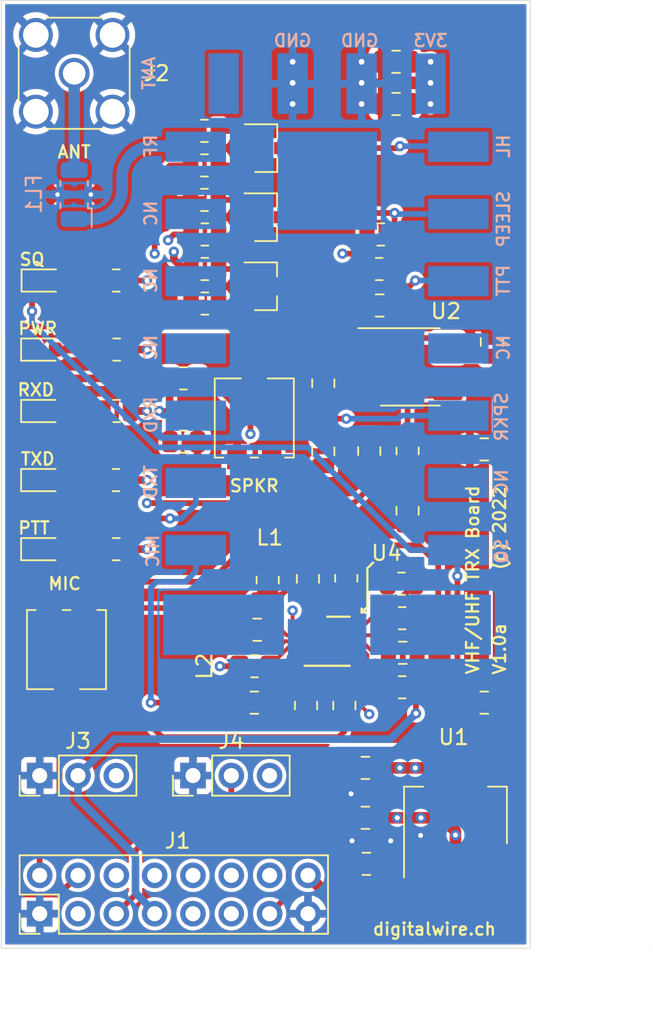
<source format=kicad_pcb>
(kicad_pcb (version 20211014) (generator pcbnew)
  (title_block (title "TRX Module Board") (date "2021-12-18") (rev "V 1.0") (company "digitalwire.ch"))
  (layers (0 "F.Cu" signal "Front") (1 "In1.Cu" mixed) (2 "In2.Cu" power) (31 "B.Cu" signal "Back") (34 "B.Paste" user) (35 "F.Paste" user) (36 "B.SilkS" user "B.Silkscreen") (37 "F.SilkS" user "F.Silkscreen") (38 "B.Mask" user) (39 "F.Mask" user) (44 "Edge.Cuts" user))
  (net 0 "")
  (net 1 "/AF_TRX")
  (net 2 "Net-(C1-Pad2)")
  (net 3 "VCC")
  (net 4 "GND")
  (net 5 "Net-(C4-Pad1)")
  (net 6 "Net-(C5-Pad1)")
  (net 7 "Net-(C6-Pad1)")
  (net 8 "Net-(C6-Pad2)")
  (net 9 "+3V3")
  (net 10 "Net-(C8-Pad1)")
  (net 11 "Net-(C10-Pad1)")
  (net 12 "/SPKR")
  (net 13 "Net-(C15-Pad1)")
  (net 14 "Net-(C15-Pad2)")
  (net 15 "Net-(C16-Pad2)")
  (net 16 "Net-(C17-Pad1)")
  (net 17 "Net-(C18-Pad1)")
  (net 18 "Net-(C19-Pad1)")
  (net 19 "/MIC_TRX")
  (net 20 "Net-(FL1-Pad1)")
  (net 21 "Net-(FL1-Pad3)")
  (net 22 "/MIC")
  (net 23 "/-PTT")
  (net 24 "/MIC_AR")
  (net 25 "/MIC_GAIN")
  (net 26 "/*PTT")
  (net 27 "/*TXD")
  (net 28 "/*RFPWR")
  (net 29 "/*RXD")
  (net 30 "/*SLEEP")
  (net 31 "Net-(Q1-Pad3)")
  (net 32 "Net-(Q1-Pad1)")
  (net 33 "Net-(Q2-Pad1)")
  (net 34 "/-SLEEP")
  (net 35 "Net-(Q3-Pad1)")
  (net 36 "Net-(R12-Pad1)")
  (net 37 "Net-(R13-Pad1)")
  (net 38 "Net-(R15-Pad1)")
  (net 39 "Net-(U3-Pad4)")
  (net 40 "Net-(U3-Pad2)")
  (net 41 "/SQ")
  (net 42 "Net-(U3-Pad13)")
  (net 43 "Net-(U3-Pad14)")
  (net 44 "Net-(U3-Pad15)")
  (net 45 "Net-(U3-Pad11)")
  (net 46 "Net-(D1-Pad2)")
  (net 47 "Net-(D2-Pad2)")
  (net 48 "Net-(D3-Pad2)")
  (net 49 "Net-(D4-Pad2)")
  (net 50 "Net-(D5-Pad2)")
  (net 51 "/RXD")
  (net 52 "Net-(C11-Pad2)")
  (net 53 "Net-(C11-Pad1)")
  (footprint "Capacitor_SMD:C_0805_2012Metric" (layer "F.Cu") (at 126.746 94.107 -90)
    (fp_text reference "C1" hide)
    (fp_text value "1uF")
  )
  (footprint "Capacitor_SMD:C_0805_2012Metric" (layer "F.Cu") (at 129.606 121.412 180)
    (fp_text reference "C2" hide)
    (fp_text value "10uF")
  )
  (footprint "Capacitor_SMD:C_0805_2012Metric" (layer "F.Cu") (at 137.414 110.744 180)
    (fp_text reference "C3" hide)
    (fp_text value "100nF")
  )
  (footprint "Capacitor_SMD:C_0805_2012Metric" (layer "F.Cu") (at 126.746 89.596 -90)
    (fp_text reference "C4" hide)
    (fp_text value "1nF")
  )
  (footprint "Capacitor_SMD:C_0805_2012Metric" (layer "F.Cu") (at 137.922 86.868 90)
    (fp_text reference "C5" hide)
    (fp_text value "10uF")
  )
  (footprint "Capacitor_SMD:C_0805_2012Metric" (layer "F.Cu") (at 130.49 84.455)
    (fp_text reference "C6" hide)
    (fp_text value "1uF")
  )
  (footprint "Capacitor_SMD:C_0805_2012Metric" (layer "F.Cu") (at 129.54 115.062 180)
    (fp_text reference "C7" hide)
    (fp_text value "10uF")
  )
  (footprint "Capacitor_SMD:C_0805_2012Metric" (layer "F.Cu") (at 132.334 98.044 -90)
    (fp_text reference "C8" hide)
    (fp_text value "47nF")
  )
  (footprint "Capacitor_SMD:C_0805_2012Metric" (layer "F.Cu") (at 129.54 118.364 180)
    (fp_text reference "C9" hide)
    (fp_text value "100nF")
  )
  (footprint "Capacitor_SMD:C_0805_2012Metric" (layer "F.Cu") (at 129.794 94.0918 -90)
    (fp_text reference "C10" hide)
    (fp_text value "1uF")
  )
  (footprint "Capacitor_SMD:C_0805_2012Metric" (layer "F.Cu") (at 125.603 110.932 -90)
    (fp_text reference "C11" hide)
    (fp_text value "1uF")
  )
  (footprint "Capacitor_SMD:C_0805_2012Metric" (layer "F.Cu") (at 131.572 71.12 180)
    (fp_text reference "C12" hide)
    (fp_text value "10uF")
  )
  (footprint "Capacitor_SMD:C_0805_2012Metric" (layer "F.Cu") (at 131.572 68.326 180)
    (fp_text reference "C13" hide)
    (fp_text value "100nF")
  )
  (footprint "Capacitor_SMD:C_0805_2012Metric" (layer "F.Cu") (at 137.414 93.98 180)
    (fp_text reference "C14" hide)
    (fp_text value "10uF")
  )
  (footprint "Capacitor_SMD:C_0805_2012Metric" (layer "F.Cu") (at 128.143 110.932 -90)
    (fp_text reference "C15" hide)
    (fp_text value "100nF")
  )
  (footprint "Capacitor_SMD:C_0805_2012Metric" (layer "F.Cu") (at 125.73 102.55 -90)
    (fp_text reference "C16" hide)
    (fp_text value "100nF")
  )
  (footprint "Capacitor_SMD:C_0805_2012Metric" (layer "F.Cu") (at 132.014 107.442 180)
    (fp_text reference "C17" hide)
    (fp_text value "470nF")
  )
  (footprint "Capacitor_SMD:C_0805_2012Metric" (layer "F.Cu") (at 122.367 105.918 180)
    (fp_text reference "C18" hide)
    (fp_text value "2.2uF")
  )
  (footprint "Capacitor_SMD:C_0805_2012Metric" (layer "F.Cu") (at 122.174 110.744 180)
    (fp_text reference "C19" hide)
    (fp_text value "1uF")
  )
  (footprint "Connector_Coaxial:SMA_Amphenol_132134-16_Vertical" (layer "F.Cu") (at 110.236 69.088)
    (fp_text reference "J2")
    (fp_text value "SMA")
  )
  (footprint "Connector_PinHeader_2.54mm:PinHeader_1x03_P2.54mm_Vertical" (layer "F.Cu") (at 107.95 115.57 90)
    (fp_text reference "J3")
    (fp_text value "Conn_01x03")
  )
  (footprint "Package_TO_SOT_SMD:SOT-23" (layer "F.Cu") (at 122.936 74.041)
    (fp_text reference "Q1" hide)
    (fp_text value "BSN20")
  )
  (footprint "Package_TO_SOT_SMD:SOT-23" (layer "F.Cu") (at 122.92 78.613)
    (fp_text reference "Q2" hide)
    (fp_text value "BSN20")
  )
  (footprint "Package_TO_SOT_SMD:SOT-23" (layer "F.Cu") (at 122.92 83.185)
    (fp_text reference "Q3" hide)
    (fp_text value "BSN20")
  )
  (footprint "Resistor_SMD:R_0805_2012Metric" (layer "F.Cu") (at 130.4525 82.042)
    (fp_text reference "R1" hide)
    (fp_text value "10k")
  )
  (footprint "Resistor_SMD:R_0805_2012Metric" (layer "F.Cu") (at 118.8955 82.042 180)
    (fp_text reference "R2" hide)
    (fp_text value "100R")
  )
  (footprint "Resistor_SMD:R_0805_2012Metric" (layer "F.Cu") (at 118.872 75.184 180)
    (fp_text reference "R3" hide)
    (fp_text value "100R")
  )
  (footprint "Resistor_SMD:R_0805_2012Metric" (layer "F.Cu") (at 130.556 79.756 180)
    (fp_text reference "R4" hide)
    (fp_text value "10k")
  )
  (footprint "Resistor_SMD:R_0805_2012Metric" (layer "F.Cu") (at 118.8955 79.756 180)
    (fp_text reference "R5" hide)
    (fp_text value "100R")
  )
  (footprint "Resistor_SMD:R_0805_2012Metric" (layer "F.Cu") (at 118.872 72.898 180)
    (fp_text reference "R6" hide)
    (fp_text value "4k7")
  )
  (footprint "Resistor_SMD:R_0805_2012Metric" (layer "F.Cu") (at 118.872 77.47 180)
    (fp_text reference "R7" hide)
    (fp_text value "4k7")
  )
  (footprint "Resistor_SMD:R_0805_2012Metric" (layer "F.Cu") (at 118.8955 84.328 180)
    (fp_text reference "R8" hide)
    (fp_text value "4k7")
  )
  (footprint "Resistor_SMD:R_0805_2012Metric" (layer "F.Cu") (at 117.475 89.281)
    (fp_text reference "R9" hide)
    (fp_text value "2k2")
  )
  (footprint "Resistor_SMD:R_0805_2012Metric" (layer "F.Cu") (at 132.334 94.0816 -90)
    (fp_text reference "R10" hide)
    (fp_text value "10R")
  )
  (footprint "Resistor_SMD:R_0805_2012Metric" (layer "F.Cu") (at 117.4985 93.472 180)
    (fp_text reference "R11" hide)
    (fp_text value "3k3")
  )
  (footprint "Resistor_SMD:R_0805_2012Metric" (layer "F.Cu") (at 128.27 102.5125 90)
    (fp_text reference "R12" hide)
    (fp_text value "100k")
  )
  (footprint "Resistor_SMD:R_0805_2012Metric" (layer "F.Cu") (at 131.9765 105.156)
    (fp_text reference "R14" hide)
    (fp_text value "#2.2k")
  )
  (footprint "Resistor_SMD:R_0805_2012Metric" (layer "F.Cu") (at 131.9765 109.728)
    (fp_text reference "R15" hide)
    (fp_text value "1k")
  )
  (footprint "Package_TO_SOT_SMD:SOT-223-3_TabPin2" (layer "F.Cu") (at 135.509 118.212 90)
    (fp_text reference "U1")
    (fp_text value "AP1117-33")
  )
  (footprint "Package_SO:SOIC-8_3.9x4.9mm_P1.27mm" (layer "F.Cu") (at 132.523 88.519)
    (fp_text reference "U2")
    (fp_text value "LM386")
  )
  (footprint "Package_DFN_QFN:DFN-14-1EP_3x3mm_P0.4mm_EP1.78x2.35mm" (layer "F.Cu") (at 127 106.68)
    (fp_text reference "U4")
    (fp_text value "MAX9814")
  )
  (footprint "Potentiometer_SMD:Potentiometer_Vishay_TS53YL_Vertical" (layer "F.Cu") (at 122.174 91.904 -90)
    (fp_text reference "RV1" hide)
    (fp_text value "10k")
  )
  (footprint "Potentiometer_SMD:Potentiometer_Vishay_TS53YL_Vertical" (layer "F.Cu") (at 109.728 107.232 90)
    (fp_text reference "RV2" hide)
    (fp_text value "10k")
  )
  (footprint "Resistor_SMD:R_0805_2012Metric_Pad1.20x1.40mm_HandSolder" (layer "F.Cu") (at 123.063 102.632 -90)
    (fp_text reference "L1")
    (fp_text value "Ferrit")
  )
  (footprint "Resistor_SMD:R_0805_2012Metric_Pad1.20x1.40mm_HandSolder" (layer "F.Cu") (at 122.19 108.331)
    (fp_text reference "L2")
    (fp_text value "Ferrit")
  )
  (footprint "LED_SMD:LED_0603_1608Metric" (layer "F.Cu") (at 108.204 91.44)
    (fp_text reference "D1" hide)
    (fp_text value "RED")
  )
  (footprint "LED_SMD:LED_0603_1608Metric" (layer "F.Cu") (at 108.204 100.584)
    (fp_text reference "D3" hide)
    (fp_text value "RED")
  )
  (footprint "LED_SMD:LED_0603_1608Metric" (layer "F.Cu") (at 108.2295 82.804)
    (fp_text reference "D4" hide)
    (fp_text value "YELLOW")
  )
  (footprint "LED_SMD:LED_0603_1608Metric" (layer "F.Cu") (at 108.204 87.376)
    (fp_text reference "D5" hide)
    (fp_text value "BLUE")
  )
  (footprint "Resistor_SMD:R_0805_2012Metric" (layer "F.Cu") (at 113.0535 91.44)
    (fp_text reference "R16" hide)
    (fp_text value "1k")
  )
  (footprint "Resistor_SMD:R_0805_2012Metric" (layer "F.Cu") (at 113.0065 96.012)
    (fp_text reference "R17" hide)
    (fp_text value "1k")
  )
  (footprint "Resistor_SMD:R_0805_2012Metric" (layer "F.Cu") (at 113.03 82.804)
    (fp_text reference "R19" hide)
    (fp_text value "1k")
  )
  (footprint "Resistor_SMD:R_0805_2012Metric" (layer "F.Cu") (at 113.0535 87.376)
    (fp_text reference "R20" hide)
    (fp_text value "1k")
  )
  (footprint "Connector_PinHeader_2.54mm:PinHeader_2x08_P2.54mm_Vertical" (layer "F.Cu") (at 107.95 124.714 90)
    (fp_text reference "J1")
    (fp_text value "Conn_02x08_Odd_Even")
  )
  (footprint "Connector_PinHeader_2.54mm:PinHeader_1x03_P2.54mm_Vertical" (layer "F.Cu") (at 118.11 115.57 90)
    (fp_text reference "J4")
    (fp_text value "Conn_01x03")
  )
  (footprint "LED_SMD:LED_0603_1608Metric" (layer "F.Cu") (at 108.204 96.012)
    (fp_text reference "D2" hide)
    (fp_text value "RED")
  )
  (footprint "Resistor_SMD:R_0805_2012Metric" (layer "F.Cu") (at 131.9295 102.87 180)
    (fp_text reference "R13" hide)
    (fp_text value "150k")
  )
  (footprint "Resistor_SMD:R_0805_2012Metric" (layer "F.Cu") (at 113.03 100.584)
    (fp_text reference "R18" hide)
    (fp_text value "1k")
  )
  (footprint "Filter:Filter_Mini-Circuits_FV1206" (layer "B.Cu") (at 110.236 77.115 90)
    (fp_text reference "FL1")
    (fp_text value "LFCN-160")
  )
  (footprint "_DW_RFModules:DRA818" (layer "B.Cu") (at 127 87.3 90)
    (fp_text reference "U3" hide)
    (fp_text value "DRA818U" hide)
  )
  (gr_line (start 129.286 104.775) (end 129.286 104.521) (layer "F.SilkS") (width 0.1524))
  (gr_line (start 129.667 101.854) (end 129.667 104.394) (layer "F.SilkS") (width 0.1524))
  (gr_line (start 129.54 104.775) (end 129.286 104.775) (layer "F.SilkS") (width 0.1524))
  (gr_line (start 130.048 101.473) (end 129.667 101.854) (layer "F.SilkS") (width 0.1524))
  (gr_line (start 129.667 104.394) (end 129.286 104.775) (layer "F.SilkS") (width 0.1524))
  (gr_line (start 129.286 104.521) (end 129.54 104.775) (layer "F.SilkS") (width 0.1524))
  (gr_line (start 105.41 127) (end 105.41 64.262) (layer "Edge.Cuts") (width 0.05))
  (gr_line (start 148.59 127) (end 148.59 127) (layer "Edge.Cuts") (width 0.05))
  (gr_line (start 105.41 64.262) (end 140.462 64.262) (layer "Edge.Cuts") (width 0.05))
  (gr_line (start 140.462 64.262) (end 140.462 127) (layer "Edge.Cuts") (width 0.05))
  (gr_line (start 140.462 127) (end 105.41 127) (layer "Edge.Cuts") (width 0.05))
  (gr_text "GND" (at 129.159 66.929) (layer "B.SilkS") (effects (font (size 0.8128 0.8128) (thickness 0.1524)) (justify mirror)))
  (gr_text "NC" (at 115.316 87.249 90) (layer "B.SilkS") (effects (font (size 0.8128 0.8128) (thickness 0.1524)) (justify mirror)))
  (gr_text "ANT" (at 115.189 69.088 90) (layer "B.SilkS") (effects (font (size 0.8128 0.8128) (thickness 0.1524)) (justify mirror)))
  (gr_text "MIC" (at 115.443 100.711 90) (layer "B.SilkS") (effects (font (size 0.8128 0.8128) (thickness 0.1524)) (justify mirror)))
  (gr_text "GND" (at 124.714 66.929) (layer "B.SilkS") (effects (font (size 0.8128 0.8128) (thickness 0.1524)) (justify mirror)))
  (gr_text "PTT" (at 138.684 82.804 90) (layer "B.SilkS") (effects (font (size 0.8128 0.8128) (thickness 0.1524)) (justify mirror)))
  (gr_text "3V3" (at 133.858 66.929) (layer "B.SilkS") (effects (font (size 0.8128 0.8128) (thickness 0.1524)) (justify mirror)))
  (gr_text "HL" (at 138.684 73.914 90) (layer "B.SilkS") (effects (font (size 0.8128 0.8128) (thickness 0.1524)) (justify mirror)))
  (gr_text "SQ" (at 138.557 100.711 90) (layer "B.SilkS") (effects (font (size 0.8128 0.8128) (thickness 0.1524)) (justify mirror)))
  (gr_text "TXD" (at 115.316 96.139 90) (layer "B.SilkS") (effects (font (size 0.8128 0.8128) (thickness 0.1524)) (justify mirror)))
  (gr_text "NC" (at 138.557 96.139 90) (layer "B.SilkS") (effects (font (size 0.8128 0.8128) (thickness 0.1524)) (justify mirror)))
  (gr_text "RXD" (at 115.316 91.694 90) (layer "B.SilkS") (effects (font (size 0.8128 0.8128) (thickness 0.1524)) (justify mirror)))
  (gr_text "SLEEP" (at 138.684 78.74 90) (layer "B.SilkS") (effects (font (size 0.8128 0.8128) (thickness 0.1524)) (justify mirror)))
  (gr_text "RF" (at 115.316 73.914 90) (layer "B.SilkS") (effects (font (size 0.8128 0.8128) (thickness 0.1524)) (justify mirror)))
  (gr_text "NC" (at 138.684 87.249 90) (layer "B.SilkS") (effects (font (size 0.8128 0.8128) (thickness 0.1524)) (justify mirror)))
  (gr_text "NC" (at 115.316 78.359 90) (layer "B.SilkS") (effects (font (size 0.8128 0.8128) (thickness 0.1524)) (justify mirror)))
  (gr_text "SPKR" (at 138.557 91.821 90) (layer "B.SilkS") (effects (font (size 0.8128 0.8128) (thickness 0.1524)) (justify mirror)))
  (gr_text "NC" (at 115.316 82.804 90) (layer "B.SilkS") (effects (font (size 0.8128 0.8128) (thickness 0.1524)) (justify mirror)))
  (gr_text "RXD" (at 107.696 90.043) (layer "F.SilkS") (effects (font (size 0.8128 0.8128) (thickness 0.1524))))
  (gr_text "digitalwire.ch" (at 134.112 125.73) (layer "F.SilkS") (effects (font (size 0.8128 0.8128) (thickness 0.1524))))
  (gr_text "VHF/UHF TRX Board" (at 136.652 102.616 90) (layer "F.SilkS") (effects (font (size 0.8128 0.8128) (thickness 0.1524))))
  (gr_text "PTT" (at 107.569 99.187) (layer "F.SilkS") (effects (font (size 0.8128 0.8128) (thickness 0.1524))))
  (gr_text "TXD" (at 107.823 94.615) (layer "F.SilkS") (effects (font (size 0.8128 0.8128) (thickness 0.1524))))
  (gr_text "SPKR" (at 122.174 96.393) (layer "F.SilkS") (effects (font (size 0.8128 0.8128) (thickness 0.1524))))
  (gr_text "MIC" (at 109.601 102.87) (layer "F.SilkS") (effects (font (size 0.8128 0.8128) (thickness 0.1524))))
  (gr_text "PWR" (at 107.823 85.979) (layer "F.SilkS") (effects (font (size 0.8128 0.8128) (thickness 0.1524))))
  (gr_text "ANT" (at 110.236 74.295) (layer "F.SilkS") (effects (font (size 0.8128 0.8128) (thickness 0.1524))))
  (gr_text "SQ" (at 107.442 81.407) (layer "F.SilkS") (effects (font (size 0.8128 0.8128) (thickness 0.1524))))
  (gr_text "V1.0a" (at 138.43 107.188 90) (layer "F.SilkS") (effects (font (size 0.8128 0.8128) (thickness 0.1524))))
  (gr_text "(c) 2022" (at 138.43 99.187 90) (layer "F.SilkS") (effects (font (size 0.8128 0.8128) (thickness 0.1524))))
  (segment (start 126.746 92.456) (end 127.254 91.948) (width 0.381) (layer "F.Cu") (net 1))
  (segment (start 126.746 93.157) (end 126.746 92.456) (width 0.381) (layer "F.Cu") (net 1))
  (segment (start 127.254 91.948) (end 128.27 91.948) (width 0.381) (layer "F.Cu") (net 1))
  (via (at 128.27 91.948) (size 0.6858) (drill 0.3302) (layers "F.Cu" "B.Cu") (net 1))
  (segment (start 131.699 91.948) (end 131.897 91.75) (width 0.381) (layer "B.Cu") (net 1))
  (segment (start 131.897 91.75) (end 135.7 91.75) (width 0.381) (layer "B.Cu") (net 1))
  (segment (start 128.27 91.948) (end 131.699 91.948) (width 0.381) (layer "B.Cu") (net 1))
  (segment (start 125.029 95.057) (end 126.746 95.057) (width 0.381) (layer "F.Cu") (net 2))
  (segment (start 124.626 94.654) (end 125.029 95.057) (width 0.381) (layer "F.Cu") (net 2))
  (segment (start 123.324 94.654) (end 124.626 94.654) (width 0.381) (layer "F.Cu") (net 2))
  (segment (start 137.16 123.444) (end 130.556 123.444) (width 0.762) (layer "F.Cu") (net 3))
  (segment (start 138.364 90.231) (end 138.364 93.98) (width 0.381) (layer "F.Cu") (net 3))
  (segment (start 138.364 118.938) (end 137.809 119.493) (width 0.762) (layer "F.Cu") (net 3))
  (segment (start 134.998 89.154) (end 137.287 89.154) (width 0.381) (layer "F.Cu") (net 3))
  (segment (start 137.809 122.795) (end 137.16 123.444) (width 0.762) (layer "F.Cu") (net 3))
  (segment (start 137.809 119.493) (end 137.809 121.362) (width 0.762) (layer "F.Cu") (net 3))
  (segment (start 125.73 122.174) (end 127 123.444) (width 0.762) (layer "F.Cu") (net 3))
  (segment (start 127 123.444) (end 130.556 123.444) (width 0.762) (layer "F.Cu") (net 3))
  (segment (start 138.364 110.744) (end 138.364 118.938) (width 0.762) (layer "F.Cu") (net 3))
  (segment (start 137.287 89.154) (end 138.364 90.231) (width 0.381) (layer "F.Cu") (net 3))
  (segment (start 130.556 121.412) (end 130.556 123.444) (width 0.762) (layer "F.Cu") (net 3))
  (segment (start 137.809 121.362) (end 137.809 122.795) (width 0.762) (layer "F.Cu") (net 3))
  (segment (start 138.364 110.744) (end 138.364 94.168) (width 0.762) (layer "F.Cu") (net 3))
  (segment (start 117.9595 72.898) (end 117.9595 73.6365) (width 0.381) (layer "F.Cu") (net 4))
  (segment (start 118.364 74.041) (end 120.986 74.041) (width 0.381) (layer "F.Cu") (net 4))
  (segment (start 120.986 74.041) (end 121.936 74.991) (width 0.381) (layer "F.Cu") (net 4))
  (segment (start 117.9595 73.6365) (end 118.364 74.041) (width 0.381) (layer "F.Cu") (net 4))
  (via (at 124.714 69.723) (size 0.889) (drill 0.381) (layers "F.Cu" "B.Cu") (net 4))
  (via (at 131.2164 119.888) (size 0.6858) (drill 0.3302) (layers "F.Cu" "B.Cu") (net 4))
  (via (at 124.714 68.326) (size 0.889) (drill 0.381) (layers "F.Cu" "B.Cu") (net 4))
  (via (at 128.5875 116.7765) (size 0.6858) (drill 0.3302) (layers "F.Cu" "B.Cu") (net 4))
  (via (at 128.651 119.888) (size 0.6858) (drill 0.3302) (layers "F.Cu" "B.Cu") (net 4))
  (via (at 133.1976 119.5324) (size 0.6858) (drill 0.3302) (layers "F.Cu" "B.Cu") (net 4))
  (via (at 124.714 71.12) (size 0.889) (drill 0.381) (layers "F.Cu" "B.Cu") (net 4))
  (via (at 129.286 71.12) (size 0.889) (drill 0.381) (layers "F.Cu" "B.Cu") (net 4))
  (via (at 129.286 68.326) (size 0.889) (drill 0.381) (layers "F.Cu" "B.Cu") (net 4))
  (via (at 129.286 69.723) (size 0.889) (drill 0.381) (layers "F.Cu" "B.Cu") (net 4))
  (segment (start 128.524 89.154) (end 128.016 88.646) (width 0.381) (layer "F.Cu") (net 5))
  (segment (start 124.46 88.646) (end 126.746 88.646) (width 0.381) (layer "F.Cu") (net 5))
  (segment (start 122.174 89.154) (end 123.952 89.154) (width 0.381) (layer "F.Cu") (net 5))
  (segment (start 130.048 89.154) (end 128.524 89.154) (width 0.381) (layer "F.Cu") (net 5))
  (segment (start 128.016 88.646) (end 126.746 88.646) (width 0.381) (layer "F.Cu") (net 5))
  (segment (start 123.952 89.154) (end 124.46 88.646) (width 0.381) (layer "F.Cu") (net 5))
  (segment (start 134.998 87.884) (end 137.856 87.884) (width 0.381) (layer "F.Cu") (net 6))
  (segment (start 137.856 87.884) (end 137.922 87.818) (width 0.381) (layer "F.Cu") (net 6))
  (segment (start 130.048 86.106) (end 129.54 85.598) (width 0.381) (layer "F.Cu") (net 7))
  (segment (start 129.54 85.598) (end 129.54 84.455) (width 0.381) (layer "F.Cu") (net 7))
  (segment (start 130.048 86.614) (end 130.048 86.106) (width 0.381) (layer "F.Cu") (net 7))
  (segment (start 131.44 85.466) (end 131.44 84.455) (width 0.381) (layer "F.Cu") (net 8))
  (segment (start 134.998 86.614) (end 132.588 86.614) (width 0.381) (layer "F.Cu") (net 8))
  (segment (start 132.588 86.614) (end 131.44 85.466) (width 0.381) (layer "F.Cu") (net 8))
  (segment (start 132.842 115.062) (end 135.509 115.062) (width 0.762) (layer "F.Cu") (net 9))
  (segment (start 131.826 115.062) (end 132.842 115.062) (width 0.762) (layer "F.Cu") (net 9))
  (segment (start 131.826 118.364) (end 132.842 118.364) (width 0.762) (layer "F.Cu") (net 9))
  (segment (start 132.842 118.364) (end 134.62 118.364) (width 0.762) (layer "F.Cu") (net 9))
  (segment (start 135.509 119.761) (end 135.509 121.362) (width 0.762) (layer "F.Cu") (net 9))
  (segment (start 129.54 82.042) (end 129.54 81.026) (width 0.381) (layer "F.Cu") (net 9))
  (segment (start 113.9425 100.584) (end 115.062 100.584) (width 0.508) (layer "F.Cu") (net 9))
  (segment (start 113.966 91.44) (end 115.062 91.44) (width 0.508) (layer "F.Cu") (net 9))
  (segment (start 121.19 108.331) (end 119.888 108.331) (width 0.381) (layer "F.Cu") (net 9))
  (segment (start 113.919 96.012) (end 115.062 96.012) (width 0.508) (layer "F.Cu") (net 9))
  (segment (start 130.49 118.364) (end 130.49 115.062) (width 0.762) (layer "F.Cu") (net 9))
  (segment (start 133.858 68.326) (end 133.858 69.723) (width 0.762) (layer "F.Cu") (net 9))
  (segment (start 113.9425 82.804) (end 115.1655 82.804) (width 0.381) (layer "F.Cu") (net 9))
  (segment (start 132.522 68.326) (end 133.858 68.326) (width 0.762) (layer "F.Cu") (net 9))
  (segment (start 133.858 69.723) (end 133.858 71.12) (width 0.762) (layer "F.Cu") (net 9))
  (segment (start 132.522 71.12) (end 133.858 71.12) (width 0.762) (layer "F.Cu") (net 9))
  (segment (start 134.62 118.364) (end 135.509 119.253) (width 0.762) (layer "F.Cu") (net 9))
  (segment (start 113.966 87.376) (end 115.062 87.376) (width 0.508) (layer "F.Cu") (net 9))
  (segment (start 129.54 81.026) (end 129.54 79.8595) (width 0.381) (layer "F.Cu") (net 9))
  (segment (start 128.016 81.026) (end 129.54 81.026) (width 0.381) (layer "F.Cu") (net 9))
  (segment (start 129.54 79.8595) (end 129.6435 79.756) (width 0.381) (layer "F.Cu") (net 9))
  (segment (start 130.49 118.364) (end 131.826 118.364) (width 0.762) (layer "F.Cu") (net 9))
  (segment (start 129.54 82.169) (end 129.54 81.026) (width 0.381) (layer "F.Cu") (net 9))
  (segment (start 130.49 115.062) (end 131.826 115.062) (width 0.762) (layer "F.Cu") (net 9))
  (segment (start 135.509 119.253) (end 135.509 119.761) (width 0.762) (layer "F.Cu") (net 9))
  (via (at 115.062 91.44) (size 0.6858) (drill 0.3302) (layers "F.Cu" "B.Cu") (net 9))
  (via (at 132.842 115.062) (size 0.6858) (drill 0.3302) (layers "F.Cu" "B.Cu") (net 9))
  (via (at 133.858 69.723) (size 0.889) (drill 0.381) (layers "F.Cu" "B.Cu") (net 9))
  (via (at 133.858 68.326) (size 0.889) (drill 0.381) (layers "F.Cu" "B.Cu") (net 9))
  (via (at 135.509 119.507) (size 0.6858) (drill 0.3302) (layers "F.Cu" "B.Cu") (net 9))
  (via (at 115.062 82.804) (size 0.6858) (drill 0.3302) (layers "F.Cu" "B.Cu") (net 9))
  (via (at 115.062 100.584) (size 0.6858) (drill 0.3302) (layers "F.Cu" "B.Cu") (net 9))
  (via (at 115.062 96.012) (size 0.6858) (drill 0.3302) (layers "F.Cu" "B.Cu") (net 9))
  (via (at 115.062 87.376) (size 0.6858) (drill 0.3302) (layers "F.Cu" "B.Cu") (net 9))
  (via (at 131.826 115.062) (size 0.6858) (drill 0.3302) (layers "F.Cu" "B.Cu") (net 9))
  (via (at 133.858 71.12) (size 0.889) (drill 0.381) (layers "F.Cu" "B.Cu") (net 9))
  (via (at 133.223 118.364) (size 0.6858) (drill 0.3302) (layers "F.Cu" "B.Cu") (net 9))
  (via (at 119.888 108.331) (size 0.6858) (drill 0.3302) (layers "F.Cu" "B.Cu") (net 9))
  (via (at 128.016 81.026) (size 0.6858) (drill 0.3302) (layers "F.Cu" "B.Cu") (net 9))
  (via (at 131.6482 118.364) (size 0.6858) (drill 0.3302) (layers "F.Cu" "B.Cu") (net 9))
  (segment (start 132.334 97.094) (end 132.334 94.9941) (width 0.381) (layer "F.Cu") (net 10))
  (segment (start 134.998 90.424) (end 133.096 90.424) (width 0.381) (layer "F.Cu") (net 11))
  (segment (start 133.096 90.424) (end 132.334 91.186) (width 0.381) (layer "F.Cu") (net 11))
  (segment (start 132.334 91.186) (end 132.334 93.1691) (width 0.381) (layer "F.Cu") (net 11))
  (segment (start 129.794 93.1418) (end 132.3067 93.1418) (width 0.381) (layer "F.Cu") (net 11))
  (segment (start 132.3067 93.1418) (end 132.334 93.1691) (width 0.381) (layer "F.Cu") (net 11))
  (segment (start 129.794 95.0418) (end 129.794 96.52) (width 0.381) (layer "F.Cu") (net 12))
  (segment (start 129.794 96.52) (end 128.778 97.536) (width 0.381) (layer "F.Cu") (net 12))
  (segment (start 128.778 97.536) (end 115.062 97.536) (width 0.381) (layer "F.Cu") (net 12))
  (via (at 115.062 97.536) (size 0.6858) (drill 0.3302) (layers "F.Cu" "B.Cu") (net 12))
  (segment (start 128.143 109.093) (end 128.475 108.761) (width 0.254) (layer "F.Cu") (net 13))
  (segment (start 128.143 109.982) (end 128.143 109.093) (width 0.254) (layer "F.Cu") (net 13))
  (segment (start 128.475 108.761) (end 128.475 107.88) (width 0.254) (layer "F.Cu") (net 13))
  (segment (start 127.762 113.03) (end 128.143 112.649) (width 0.381) (layer "F.Cu") (net 14))
  (segment (start 116.078 113.03) (end 127.762 113.03) (width 0.381) (layer "F.Cu") (net 14))
  (segment (start 109.728 109.982) (end 113.03 109.982) (width 0.381) (layer "F.Cu") (net 14))
  (segment (start 128.143 112.649) (end 128.143 111.882) (width 0.381) (layer "F.Cu") (net 14))
  (segment (start 113.03 109.982) (end 116.078 113.03) (width 0.381) (layer "F.Cu") (net 14))
  (segment (start 125.73 104.648) (end 125.73 103.5) (width 0.254) (layer "F.Cu") (net 15))
  (segment (start 125.525 105.48) (end 125.525 104.853) (width 0.254) (layer "F.Cu") (net 15))
  (segment (start 125.525 104.853) (end 125.73 104.648) (width 0.254) (layer "F.Cu") (net 15))
  (segment (start 132.964 107.442) (end 132.964 106.675) (width 0.254) (layer "F.Cu") (net 16))
  (segment (start 132.571009 106.282009) (end 128.475 106.282009) (width 0.254) (layer "F.Cu") (net 16))
  (segment (start 132.964 106.675) (end 132.571009 106.282009) (width 0.254) (layer "F.Cu") (net 16))
  (segment (start 123.317 105.918) (end 123.952 105.918) (width 0.381) (layer "F.Cu") (net 17))
  (segment (start 123.952 105.918) (end 124.314 106.28) (width 0.254) (layer "F.Cu") (net 17))
  (segment (start 124.314 106.28) (end 125.525 106.28) (width 0.254) (layer "F.Cu") (net 17))
  (segment (start 123.124 110.744) (end 124.46 109.408) (width 0.254) (layer "F.Cu") (net 18))
  (segment (start 124.676 107.48) (end 125.525 107.48) (width 0.254) (layer "F.Cu") (net 18))
  (segment (start 124.46 109.408) (end 124.46 107.696) (width 0.254) (layer "F.Cu") (net 18))
  (segment (start 124.46 107.696) (end 124.676 107.48) (width 0.254) (layer "F.Cu") (net 18))
  (segment (start 121.224 110.744) (end 115.316 110.744) (width 0.381) (layer "F.Cu") (net 19))
  (via (at 115.316 110.744) (size 0.6858) (drill 0.3302) (layers "F.Cu" "B.Cu") (net 19))
  (segment (start 118.3 100.65) (end 118.3 102.044) (width 0.381) (layer "B.Cu") (net 19))
  (segment (start 115.697 102.743) (end 115.316 103.124) (width 0.381) (layer "B.Cu") (net 19))
  (segment (start 115.316 103.124) (end 115.316 110.744) (width 0.381) (layer "B.Cu") (net 19))
  (segment (start 118.3 102.044) (end 117.601 102.743) (width 0.381) (layer "B.Cu") (net 19))
  (segment (start 117.601 102.743) (end 115.697 102.743) (width 0.381) (layer "B.Cu") (net 19))
  (segment (start 113.411 76.74) (end 113.411 75.914) (width 0.762) (layer "B.Cu") (net 20))
  (segment (start 118.264 73.914) (end 118.3 73.95) (width 0.508) (layer "B.Cu") (net 20))
  (segment (start 115.410996 73.914) (end 118.264 73.914) (width 0.762) (layer "B.Cu") (net 20))
  (segment (start 110.236 78.74) (end 111.411004 78.74) (width 0.762) (layer "B.Cu") (net 20))
  (arc (start 115.410996 73.914) (mid 113.996786 74.499786) (end 113.411 75.913996) (width 0.762) (layer "B.Cu") (net 20))
  (arc (start 113.411 76.74) (mid 112.825214 78.154214) (end 111.411 78.74) (width 0.762) (layer "B.Cu") (net 20))
  (segment (start 110.236 75.49) (end 110.236 69.088) (width 0.762) (layer "B.Cu") (net 21))
  (segment (start 133.858 105.156) (end 132.889 105.156) (width 0.381) (layer "F.Cu") (net 22))
  (segment (start 108.578 104.482) (end 108.578 103.385) (width 0.381) (layer "F.Cu") (net 22))
  (segment (start 109.258999 118.833001) (end 109.258999 113.322999) (width 0.381) (layer "F.Cu") (net 22))
  (segment (start 107.95 112.014) (end 107.95 107.188) (width 0.381) (layer "F.Cu") (net 22))
  (segment (start 107.95 120.142) (end 109.258999 118.833001) (width 0.381) (layer "F.Cu") (net 22))
  (segment (start 107.95 122.174) (end 107.95 120.142) (width 0.381) (layer "F.Cu") (net 22))
  (segment (start 107.95 107.188) (end 108.578 106.56) (width 0.381) (layer "F.Cu") (net 22))
  (segment (start 134.366 101.6) (end 134.366 104.648) (width 0.381) (layer "F.Cu") (net 22))
  (segment (start 109.258999 113.322999) (end 107.95 112.014) (width 0.381) (layer "F.Cu") (net 22))
  (segment (start 133.096 100.33) (end 134.366 101.6) (width 0.381) (layer "F.Cu") (net 22))
  (segment (start 119.253 102.743) (end 121.666 100.33) (width 0.381) (layer "F.Cu") (net 22))
  (segment (start 108.578 103.385) (end 109.22 102.743) (width 0.381) (layer "F.Cu") (net 22))
  (segment (start 109.22 102.743) (end 119.253 102.743) (width 0.381) (layer "F.Cu") (net 22))
  (segment (start 108.578 106.56) (end 108.578 104.482) (width 0.381) (layer "F.Cu") (net 22))
  (segment (start 121.666 100.33) (end 133.096 100.33) (width 0.381) (layer "F.Cu") (net 22))
  (segment (start 134.366 104.648) (end 133.858 105.156) (width 0.381) (layer "F.Cu") (net 22))
  (segment (start 123.92 84.233) (end 122.301 85.852) (width 0.381) (layer "F.Cu") (net 23))
  (segment (start 106.172 100.457) (end 106.172 96.266) (width 0.381) (layer "F.Cu") (net 23))
  (segment (start 132.842 82.804) (end 132.461 83.185) (width 0.381) (layer "F.Cu") (net 23))
  (segment (start 106.299 100.584) (end 106.172 100.457) (width 0.381) (layer "F.Cu") (net 23))
  (segment (start 123.92 83.185) (end 123.92 84.233) (width 0.381) (layer "F.Cu") (net 23))
  (segment (start 110.49 122.174) (end 109.22 123.444) (width 0.381) (layer "F.Cu") (net 23))
  (segment (start 106.172 86.487) (end 106.172 96.266) (width 0.381) (layer "F.Cu") (net 23))
  (segment (start 106.68 123.444) (end 106.172 122.936) (width 0.381) (layer "F.Cu") (net 23))
  (segment (start 131.365 82.042) (end 131.365 83.105) (width 0.381) (layer "F.Cu") (net 23))
  (segment (start 131.365 83.105) (end 131.445 83.185) (width 0.381) (layer "F.Cu") (net 23))
  (segment (start 107.4165 100.584) (end 106.299 100.584) (width 0.381) (layer "F.Cu") (net 23))
  (segment (start 109.22 123.444) (end 106.68 123.444) (width 0.381) (layer "F.Cu") (net 23))
  (segment (start 122.301 85.852) (end 106.807 85.852) (width 0.381) (layer "F.Cu") (net 23))
  (segment (start 131.445 83.185) (end 130.937 83.185) (width 0.381) (layer "F.Cu") (net 23))
  (segment (start 132.461 83.185) (end 131.445 83.185) (width 0.381) (layer "F.Cu") (net 23))
  (segment (start 123.92 83.185) (end 130.937 83.185) (width 0.381) (layer "F.Cu") (net 23))
  (segment (start 106.172 122.936) (end 106.172 100.457) (width 0.381) (layer "F.Cu") (net 23))
  (segment (start 106.807 85.852) (end 106.172 86.487) (width 0.381) (layer "F.Cu") (net 23))
  (via (at 132.842 82.804) (size 0.6858) (drill 0.3302) (layers "F.Cu" "B.Cu") (net 23))
  (segment (start 135.654 82.804) (end 135.7 82.85) (width 0.381) (layer "B.Cu") (net 23))
  (segment (start 132.842 82.804) (end 135.654 82.804) (width 0.381) (layer "B.Cu") (net 23))
  (segment (start 129.286 107.823) (end 129.286 110.998) (width 0.254) (layer "F.Cu") (net 24))
  (segment (start 114.3 120.523) (end 116.84 117.983) (width 0.381) (layer "F.Cu") (net 24))
  (segment (start 119.761 117.983) (end 120.65 117.094) (width 0.381) (layer "F.Cu") (net 24))
  (segment (start 120.65 117.094) (end 120.65 115.57) (width 0.381) (layer "F.Cu") (net 24))
  (segment (start 129.286 110.998) (end 129.794 111.506) (width 0.254) (layer "F.Cu") (net 24))
  (segment (start 114.3 123.444) (end 114.3 120.523) (width 0.381) (layer "F.Cu") (net 24))
  (segment (start 129.032 107.569) (end 129.286 107.823) (width 0.254) (layer "F.Cu") (net 24))
  (segment (start 116.84 117.983) (end 119.761 117.983) (width 0.381) (layer "F.Cu") (net 24))
  (segment (start 128.943 107.48) (end 129.032 107.569) (width 0.254) (layer "F.Cu") (net 24))
  (segment (start 113.03 124.714) (end 114.3 123.444) (width 0.381) (layer "F.Cu") (net 24))
  (segment (start 128.475 107.48) (end 128.943 107.48) (width 0.254) (layer "F.Cu") (net 24))
  (via (at 129.794 111.506) (size 0.6858) (drill 0.3302) (layers "F.Cu" "B.Cu") (net 24))
  (segment (start 132.889 109.728) (end 132.889 111.459) (width 0.381) (layer "F.Cu") (net 25))
  (via (at 132.889 111.459) (size 0.6858) (drill 0.3302) (layers "F.Cu" "B.Cu") (net 25))
  (segment (start 114.3 120.904) (end 114.3 123.317) (width 0.508) (layer "B.Cu") (net 25))
  (segment (start 110.49 115.57) (end 112.903 113.157) (width 0.508) (layer "B.Cu") (net 25))
  (segment (start 115.57 124.636002) (end 115.57 124.714) (width 0.508) (layer "B.Cu") (net 25))
  (segment (start 110.49 117.094) (end 114.3 120.904) (width 0.508) (layer "B.Cu") (net 25))
  (segment (start 112.903 113.157) (end 131.191 113.157) (width 0.508) (layer "B.Cu") (net 25))
  (segment (start 114.3 123.317) (end 115.57 124.636002) (width 0.508) (layer "B.Cu") (net 25))
  (segment (start 131.191 113.157) (end 132.889 111.459) (width 0.508) (layer "B.Cu") (net 25))
  (segment (start 110.49 115.57) (end 110.49 117.094) (width 0.508) (layer "B.Cu") (net 25))
  (segment (start 116.84 81.407) (end 116.84 80.899) (width 0.508) (layer "F.Cu") (net 26))
  (segment (start 117.983 82.042) (end 117.475 82.042) (width 0.508) (layer "F.Cu") (net 26))
  (segment (start 117.475 82.042) (end 116.84 81.407) (width 0.508) (layer "F.Cu") (net 26))
  (via (at 116.84 80.899) (size 0.6858) (drill 0.3302) (layers "F.Cu" "B.Cu") (net 26))
  (segment (start 109.9565 98.552) (end 116.586 98.552) (width 0.381) (layer "F.Cu") (net 27))
  (segment (start 107.4165 96.012) (end 109.9565 98.552) (width 0.381) (layer "F.Cu") (net 27))
  (via (at 116.586 98.552) (size 0.6858) (drill 0.3302) (layers "F.Cu" "B.Cu") (net 27))
  (segment (start 117.348 98.552) (end 116.586 98.552) (width 0.381) (layer "B.Cu") (net 27))
  (segment (start 118.3 96.2) (end 118.3 97.6) (width 0.381) (layer "B.Cu") (net 27))
  (segment (start 118.3 97.6) (end 117.348 98.552) (width 0.381) (layer "B.Cu") (net 27))
  (segment (start 115.57 81.026) (end 115.57 76.2) (width 0.381) (layer "F.Cu") (net 28))
  (segment (start 116.586 75.184) (end 117.9595 75.184) (width 0.381) (layer "F.Cu") (net 28))
  (segment (start 115.57 76.2) (end 116.586 75.184) (width 0.381) (layer "F.Cu") (net 28))
  (via (at 115.57 81.026) (size 0.6858) (drill 0.3302) (layers "F.Cu" "B.Cu") (net 28))
  (segment (start 119.126 89.281) (end 121.92 92.075) (width 0.381) (layer "F.Cu") (net 29))
  (segment (start 121.92 92.075) (end 121.92 92.964) (width 0.381) (layer "F.Cu") (net 29))
  (segment (start 118.3875 89.281) (end 119.126 89.281) (width 0.381) (layer "F.Cu") (net 29))
  (via (at 121.92 92.964) (size 0.6858) (drill 0.3302) (layers "F.Cu" "B.Cu") (net 29))
  (segment (start 116.84 79.756) (end 116.459 80.137) (width 0.381) (layer "F.Cu") (net 30))
  (segment (start 117.983 79.756) (end 116.84 79.756) (width 0.381) (layer "F.Cu") (net 30))
  (via (at 116.459 80.137) (size 0.6858) (drill 0.3302) (layers "F.Cu" "B.Cu") (net 30))
  (segment (start 131.699 74.041) (end 131.826 73.914) (width 0.381) (layer "F.Cu") (net 31))
  (segment (start 123.936 74.041) (end 131.699 74.041) (width 0.381) (layer "F.Cu") (net 31))
  (via (at 131.826 73.914) (size 0.6858) (drill 0.3302) (layers "F.Cu" "B.Cu") (net 31))
  (segment (start 135.664 73.914) (end 135.7 73.95) (width 0.381) (layer "B.Cu") (net 31))
  (segment (start 131.826 73.914) (end 135.664 73.914) (width 0.381) (layer "B.Cu") (net 31))
  (segment (start 119.7845 72.898) (end 120.65 72.898) (width 0.381) (layer "F.Cu") (net 32))
  (segment (start 122.682 75.946) (end 122.936 75.692) (width 0.381) (layer "F.Cu") (net 32))
  (segment (start 122.936 75.692) (end 122.936 74.091) (width 0.381) (layer "F.Cu") (net 32))
  (segment (start 120.843 73.091) (end 121.936 73.091) (width 0.381) (layer "F.Cu") (net 32))
  (segment (start 121.412 75.946) (end 122.682 75.946) (width 0.381) (layer "F.Cu") (net 32))
  (segment (start 122.936 74.091) (end 121.936 73.091) (width 0.381) (layer "F.Cu") (net 32))
  (segment (start 120.65 72.898) (end 120.843 73.091) (width 0.381) (layer "F.Cu") (net 32))
  (segment (start 119.7845 75.184) (end 120.65 75.184) (width 0.381) (layer "F.Cu") (net 32))
  (segment (start 120.65 75.184) (end 121.412 75.946) (width 0.381) (layer "F.Cu") (net 32))
  (segment (start 119.7845 77.47) (end 119.7845 79.7325) (width 0.381) (layer "F.Cu") (net 33))
  (segment (start 120.843 77.663) (end 121.92 77.663) (width 0.381) (layer "F.Cu") (net 33))
  (segment (start 119.7845 77.47) (end 120.65 77.47) (width 0.381) (layer "F.Cu") (net 33))
  (segment (start 119.7845 79.7325) (end 119.808 79.756) (width 0.381) (layer "F.Cu") (net 33))
  (segment (start 120.65 77.47) (end 120.843 77.663) (width 0.381) (layer "F.Cu") (net 33))
  (segment (start 124.714 105.601202) (end 124.714 104.648) (width 0.254) (layer "F.Cu") (net 34))
  (segment (start 123.92 78.613) (end 127.381 78.613) (width 0.381) (layer "F.Cu") (net 34))
  (segment (start 127.6585 78.3355) (end 131.4685 78.3355) (width 0.381) (layer "F.Cu") (net 34))
  (segment (start 124.992798 105.88) (end 124.714 105.601202) (width 0.254) (layer "F.Cu") (net 34))
  (segment (start 125.525 105.88) (end 124.992798 105.88) (width 0.254) (layer "F.Cu") (net 34))
  (segment (start 127.381 78.613) (end 127.6585 78.3355) (width 0.381) (layer "F.Cu") (net 34))
  (segment (start 131.4685 79.756) (end 131.4685 78.3355) (width 0.381) (layer "F.Cu") (net 34))
  (via (at 131.4685 78.3355) (size 0.6858) (drill 0.3302) (layers "F.Cu" "B.Cu") (net 34))
  (via (at 124.714 104.648) (size 0.6858) (drill 0.3302) (layers "F.Cu" "B.Cu") (net 34))
  (segment (start 131.533 78.4) (end 131.4685 78.3355) (width 0.381) (layer "B.Cu") (net 34))
  (segment (start 135.7 78.4) (end 131.533 78.4) (width 0.381) (layer "B.Cu") (net 34))
  (segment (start 120.843 82.235) (end 121.92 82.235) (width 0.381) (layer "F.Cu") (net 35))
  (segment (start 119.808 82.042) (end 120.65 82.042) (width 0.381) (layer "F.Cu") (net 35))
  (segment (start 120.65 82.042) (end 120.843 82.235) (width 0.381) (layer "F.Cu") (net 35))
  (segment (start 119.808 84.328) (end 119.808 82.042) (width 0.381) (layer "F.Cu") (net 35))
  (segment (start 128.27 104.648) (end 128.27 103.425) (width 0.254) (layer "F.Cu") (net 36))
  (segment (start 129.366 103.425) (end 129.921 102.87) (width 0.381) (layer "F.Cu") (net 36))
  (segment (start 128.475 105.48) (end 128.475 104.853) (width 0.254) (layer "F.Cu") (net 36))
  (segment (start 128.27 103.425) (end 129.366 103.425) (width 0.381) (layer "F.Cu") (net 36))
  (segment (start 129.921 102.87) (end 131.017 102.87) (width 0.381) (layer "F.Cu") (net 36))
  (segment (start 128.475 104.853) (end 128.27 104.648) (width 0.254) (layer "F.Cu") (net 36))
  (segment (start 128.486 105.88) (end 128.506999 105.900999) (width 0.254) (layer "F.Cu") (net 37))
  (segment (start 131.064 105.156) (end 131.953 104.267) (width 0.381) (layer "F.Cu") (net 37))
  (segment (start 131.953 103.759) (end 132.842 102.87) (width 0.381) (layer "F.Cu") (net 37))
  (segment (start 128.475 105.88) (end 128.486 105.88) (width 0.254) (layer "F.Cu") (net 37))
  (segment (start 131.953 104.267) (end 131.953 103.759) (width 0.381) (layer "F.Cu") (net 37))
  (segment (start 129.921 105.156) (end 131.064 105.156) (width 0.254) (layer "F.Cu") (net 37))
  (segment (start 128.506999 105.900999) (end 129.176001 105.900999) (width 0.254) (layer "F.Cu") (net 37))
  (segment (start 129.176001 105.900999) (end 129.921 105.156) (width 0.254) (layer "F.Cu") (net 37))
  (segment (start 129.667 109.347) (end 130.048 109.728) (width 0.254) (layer "F.Cu") (net 38))
  (segment (start 128.475 107.08) (end 129.178 107.08) (width 0.254) (layer "F.Cu") (net 38))
  (segment (start 129.667 107.569) (end 129.667 109.347) (width 0.254) (layer "F.Cu") (net 38))
  (segment (start 130.048 109.728) (end 131.064 109.728) (width 0.254) (layer "F.Cu") (net 38))
  (segment (start 129.178 107.08) (end 129.667 107.569) (width 0.254) (layer "F.Cu") (net 38))
  (segment (start 107.442 82.804) (end 107.442 84.836) (width 0.381) (layer "F.Cu") (net 41))
  (segment (start 132.01649 113.85551) (end 134.874 110.806416) (width 0.381) (layer "F.Cu") (net 41))
  (segment (start 134.874 108.966) (end 135.636 108.204) (width 0.381) (layer "F.Cu") (net 41))
  (segment (start 124.46 116.90351) (end 127.508 113.85551) (width 0.381) (layer "F.Cu") (net 41))
  (segment (start 127.508 113.85551) (end 132.01649 113.85551) (width 0.381) (layer "F.Cu") (net 41))
  (segment (start 134.874 110.806416) (end 134.874 108.966) (width 0.381) (layer "F.Cu") (net 41))
  (segment (start 124.46 123.444) (end 124.46 116.90351) (width 0.381) (layer "F.Cu") (net 41))
  (segment (start 135.636 108.204) (end 135.636 102.362) (width 0.381) (layer "F.Cu") (net 41))
  (segment (start 123.19 124.714) (end 124.46 123.444) (width 0.381) (layer "F.Cu") (net 41))
  (via (at 107.442 84.836) (size 0.6858) (drill 0.3302) (layers "F.Cu" "B.Cu") (net 41))
  (via (at 135.636 102.362) (size 0.6858) (drill 0.3302) (layers "F.Cu" "B.Cu") (net 41))
  (segment (start 135.636 100.714) (end 135.7 100.65) (width 0.381) (layer "B.Cu") (net 41))
  (segment (start 115.697 93.853) (end 107.442 85.598) (width 0.381) (layer "B.Cu") (net 41))
  (segment (start 135.7 100.65) (end 132.527 100.65) (width 0.381) (layer "B.Cu") (net 41))
  (segment (start 125.73 93.853) (end 115.697 93.853) (width 0.381) (layer "B.Cu") (net 41))
  (segment (start 107.442 85.598) (end 107.442 84.836) (width 0.381) (layer "B.Cu") (net 41))
  (segment (start 135.636 102.362) (end 135.636 100.714) (width 0.381) (layer "B.Cu") (net 41))
  (segment (start 132.527 100.65) (end 125.73 93.853) (width 0.381) (layer "B.Cu") (net 41))
  (segment (start 108.9915 91.44) (end 112.141 91.44) (width 0.508) (layer "F.Cu") (net 46))
  (segment (start 108.9915 96.012) (end 112.094 96.012) (width 0.508) (layer "F.Cu") (net 47))
  (segment (start 108.9915 100.584) (end 112.1175 100.584) (width 0.508) (layer "F.Cu") (net 48))
  (segment (start 109.017 82.804) (end 112.1175 82.804) (width 0.381) (layer "F.Cu") (net 49))
  (segment (start 108.9915 87.376) (end 112.141 87.376) (width 0.508) (layer "F.Cu") (net 50))
  (segment (start 116.5625 93.4485) (end 116.586 93.472) (width 0.508) (layer "F.Cu") (net 51))
  (segment (start 116.5625 91.4635) (end 116.5625 93.4485) (width 0.508) (layer "F.Cu") (net 51))
  (segment (start 115.874303 91.44) (end 116.539 91.44) (width 0.381) (layer "F.Cu") (net 51))
  (segment (start 116.539 91.44) (end 116.5625 91.4635) (width 0.381) (layer "F.Cu") (net 51))
  (segment (start 108.839 89.281) (end 116.5625 89.281) (width 0.508) (layer "F.Cu") (net 51))
  (segment (start 107.4165 90.7035) (end 108.839 89.281) (width 0.508) (layer "F.Cu") (net 51))
  (segment (start 107.4165 91.44) (end 107.4165 90.7035) (width 0.508) (layer "F.Cu") (net 51))
  (segment (start 116.5625 89.281) (end 116.5625 91.4635) (width 0.508) (layer "F.Cu") (net 51))
  (via (at 115.874303 91.44) (size 0.6858) (drill 0.3302) (layers "F.Cu" "B.Cu") (net 51))
  (segment (start 115.874303 91.490303) (end 115.874303 91.44) (width 0.381) (layer "B.Cu") (net 51))
  (segment (start 116.134 91.75) (end 115.874303 91.490303) (width 0.381) (layer "B.Cu") (net 51))
  (segment (start 118.3 91.75) (end 116.134 91.75) (width 0.381) (layer "B.Cu") (net 51))
  (segment (start 122.174 111.506) (end 122.55 111.882) (width 0.381) (layer "F.Cu") (net 52))
  (segment (start 122.174 108.458) (end 122.174 111.506) (width 0.381) (layer "F.Cu") (net 52))
  (segment (start 124.441 107.08) (end 125.525 107.08) (width 0.254) (layer "F.Cu") (net 52))
  (segment (start 122.55 111.882) (end 125.603 111.882) (width 0.381) (layer "F.Cu") (net 52))
  (segment (start 123.19 108.331) (end 124.441 107.08) (width 0.254) (layer "F.Cu") (net 52))
  (segment (start 122.301 108.331) (end 122.174 108.458) (width 0.381) (layer "F.Cu") (net 52))
  (segment (start 123.19 108.331) (end 122.301 108.331) (width 0.381) (layer "F.Cu") (net 52))
  (segment (start 119.253 105.918) (end 121.417 105.918) (width 0.381) (layer "F.Cu") (net 53))
  (segment (start 124.46 101.854) (end 124.714 101.6) (width 0.381) (layer "F.Cu") (net 53))
  (segment (start 121.417 105.918) (end 121.417 104.389) (width 0.381) (layer "F.Cu") (net 53))
  (segment (start 125.73 101.6) (end 128.27 101.6) (width 0.381) (layer "F.Cu") (net 53))
  (segment (start 124.46 103.124) (end 124.46 101.854) (width 0.381) (layer "F.Cu") (net 53))
  (segment (start 124.206 106.68) (end 123.698 107.188) (width 0.254) (layer "F.Cu") (net 53))
  (segment (start 125.525 109.015) (end 125.525 107.88) (width 0.254) (layer "F.Cu") (net 53))
  (segment (start 126.129 107.88) (end 127 107.009) (width 0.254) (layer "F.Cu") (net 53))
  (segment (start 127 107.009) (end 127 106.68) (width 0.381) (layer "F.Cu") (net 53))
  (segment (start 124.714 101.6) (end 125.73 101.6) (width 0.381) (layer "F.Cu") (net 53))
  (segment (start 110.878 104.482) (end 117.817 104.482) (width 0.381) (layer "F.Cu") (net 53))
  (segment (start 123.063 103.632) (end 123.952 103.632) (width 0.381) (layer "F.Cu") (net 53))
  (segment (start 125.525 106.68) (end 127 106.68) (width 0.254) (layer "F.Cu") (net 53))
  (segment (start 121.417 106.939) (end 121.417 105.918) (width 0.254) (layer "F.Cu") (net 53))
  (segment (start 125.603 109.093) (end 125.525 109.015) (width 0.254) (layer "F.Cu") (net 53))
  (segment (start 125.525 107.88) (end 126.129 107.88) (width 0.254) (layer "F.Cu") (net 53))
  (segment (start 128.475 106.68) (end 129.316828 106.68) (width 0.254) (layer "F.Cu") (net 53))
  (segment (start 129.316828 106.68) (end 130.078828 107.442) (width 0.254) (layer "F.Cu") (net 53))
  (segment (start 117.817 104.482) (end 119.253 105.918) (width 0.381) (layer "F.Cu") (net 53))
  (segment (start 130.078828 107.442) (end 131.064 107.442) (width 0.254) (layer "F.Cu") (net 53))
  (segment (start 121.666 107.188) (end 121.417 106.939) (width 0.254) (layer "F.Cu") (net 53))
  (segment (start 125.603 109.982) (end 125.603 109.093) (width 0.254) (layer "F.Cu") (net 53))
  (segment (start 125.525 106.68) (end 124.206 106.68) (width 0.254) (layer "F.Cu") (net 53))
  (segment (start 122.174 103.632) (end 123.063 103.632) (width 0.381) (layer "F.Cu") (net 53))
  (segment (start 123.698 107.188) (end 121.666 107.188) (width 0.254) (layer "F.Cu") (net 53))
  (segment (start 127 106.68) (end 128.475 106.68) (width 0.254) (layer "F.Cu") (net 53))
  (segment (start 123.952 103.632) (end 124.46 103.124) (width 0.381) (layer "F.Cu") (net 53))
  (segment (start 121.417 104.389) (end 122.174 103.632) (width 0.381) (layer "F.Cu") (net 53))
  (zone (net 4) (net_name "GND") (layer "F.Cu") (connect_pads (clearance 0.254)) (min_thickness 0.127) (fill yes (thermal_gap 0.381) (thermal_bridge_width 0.508))
    (polygon (pts (xy 140.462 127) (xy 105.41 127) (xy 105.41 64.262) (xy 140.462 64.262)))
  )
  (zone (net 4) (net_name "GND") (layer "B.Cu") (connect_pads (clearance 0.254)) (min_thickness 0.127) (fill yes (thermal_gap 0.381) (thermal_bridge_width 0.508))
    (polygon (pts (xy 140.462 127) (xy 105.41 127) (xy 105.41 64.262) (xy 140.462 64.262)))
  )
)
</source>
